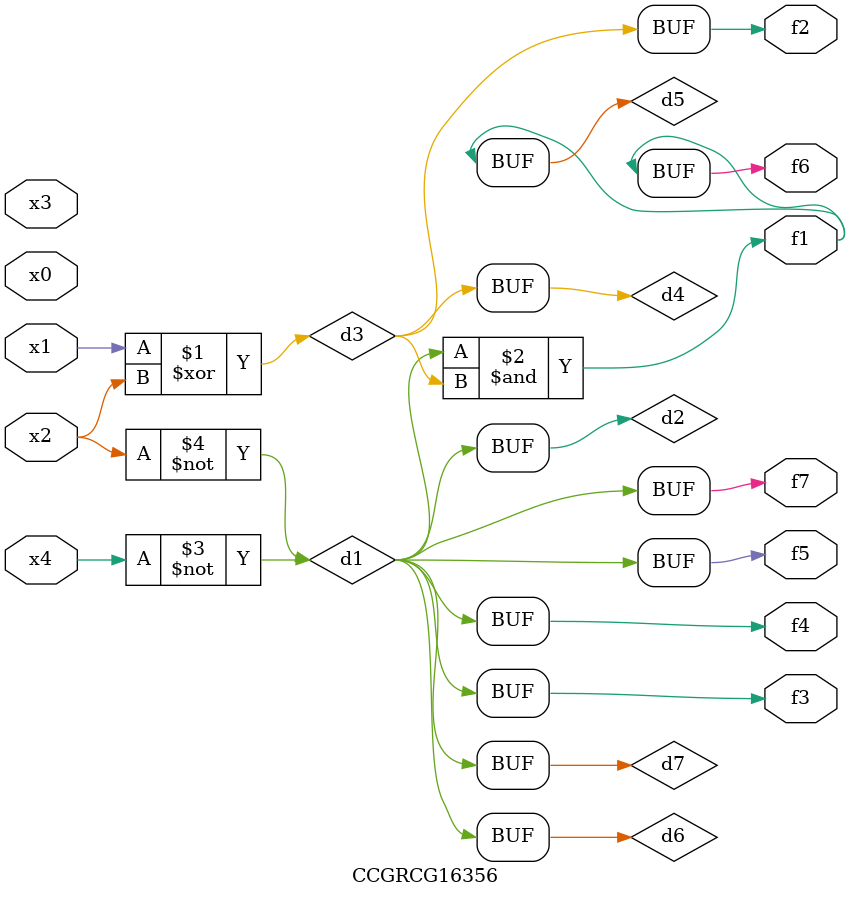
<source format=v>
module CCGRCG16356(
	input x0, x1, x2, x3, x4,
	output f1, f2, f3, f4, f5, f6, f7
);

	wire d1, d2, d3, d4, d5, d6, d7;

	not (d1, x4);
	not (d2, x2);
	xor (d3, x1, x2);
	buf (d4, d3);
	and (d5, d1, d3);
	buf (d6, d1, d2);
	buf (d7, d2);
	assign f1 = d5;
	assign f2 = d4;
	assign f3 = d7;
	assign f4 = d7;
	assign f5 = d7;
	assign f6 = d5;
	assign f7 = d7;
endmodule

</source>
